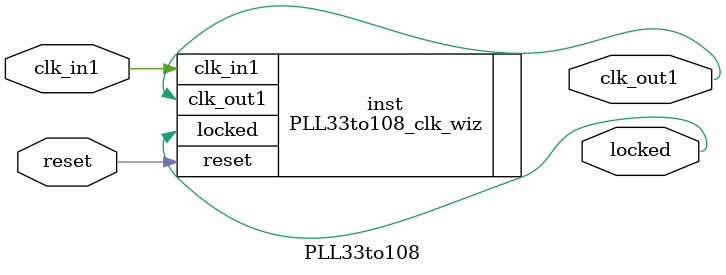
<source format=v>


`timescale 1ps/1ps

(* CORE_GENERATION_INFO = "PLL33to108,clk_wiz_v6_0_14_0_0,{component_name=PLL33to108,use_phase_alignment=true,use_min_o_jitter=false,use_max_i_jitter=false,use_dyn_phase_shift=false,use_inclk_switchover=false,use_dyn_reconfig=false,enable_axi=0,feedback_source=FDBK_AUTO,PRIMITIVE=PLL,num_out_clk=1,clkin1_period=30.303,clkin2_period=10.0,use_power_down=false,use_reset=true,use_locked=true,use_inclk_stopped=false,feedback_type=SINGLE,CLOCK_MGR_TYPE=NA,manual_override=false}" *)

module PLL33to108 
 (
  // Clock out ports
  output        clk_out1,
  // Status and control signals
  input         reset,
  output        locked,
 // Clock in ports
  input         clk_in1
 );

  PLL33to108_clk_wiz inst
  (
  // Clock out ports  
  .clk_out1(clk_out1),
  // Status and control signals               
  .reset(reset), 
  .locked(locked),
 // Clock in ports
  .clk_in1(clk_in1)
  );

endmodule

</source>
